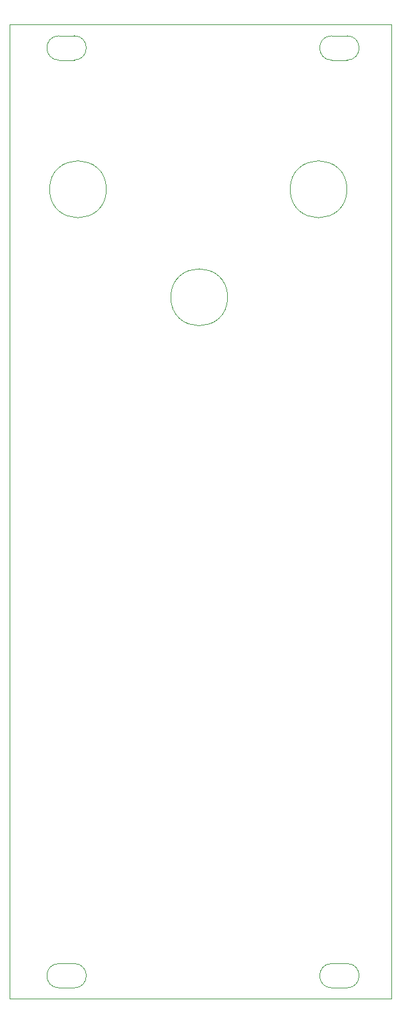
<source format=gbr>
G04 #@! TF.GenerationSoftware,KiCad,Pcbnew,(5.1.5-0)*
G04 #@! TF.CreationDate,2021-01-12T22:35:17-08:00*
G04 #@! TF.ProjectId,hyperchaosdeluxe,68797065-7263-4686-916f-7364656c7578,rev?*
G04 #@! TF.SameCoordinates,Original*
G04 #@! TF.FileFunction,Profile,NP*
%FSLAX46Y46*%
G04 Gerber Fmt 4.6, Leading zero omitted, Abs format (unit mm)*
G04 Created by KiCad (PCBNEW (5.1.5-0)) date 2021-01-12 22:35:17*
%MOMM*%
%LPD*%
G04 APERTURE LIST*
%ADD10C,0.050000*%
G04 APERTURE END LIST*
D10*
X28750000Y-286000000D02*
G75*
G03X28750000Y-286000000I-3750000J0D01*
G01*
X44500000Y-271750000D02*
G75*
G03X44500000Y-271750000I-3750000J0D01*
G01*
X12750000Y-271750000D02*
G75*
G03X12750000Y-271750000I-3750000J0D01*
G01*
X8500000Y-373900000D02*
X6500000Y-373900000D01*
X6500000Y-377100000D02*
G75*
G02X6500000Y-373900000I0J1600000D01*
G01*
X8500000Y-377100000D02*
X6500000Y-377100000D01*
X8500000Y-373900000D02*
G75*
G02X8500000Y-377100000I0J-1600000D01*
G01*
X44500000Y-373900000D02*
X42500000Y-373900000D01*
X44500000Y-377100000D02*
X42500000Y-377100000D01*
X44500000Y-373900000D02*
G75*
G02X44500000Y-377100000I0J-1600000D01*
G01*
X42500000Y-377100000D02*
G75*
G02X42500000Y-373900000I0J1600000D01*
G01*
X44500000Y-251500000D02*
X42500000Y-251500000D01*
X42500000Y-254700000D02*
G75*
G02X42500000Y-251500000I0J1600000D01*
G01*
X44500000Y-254700000D02*
X42500000Y-254700000D01*
X44500000Y-251500000D02*
G75*
G02X44500000Y-254700000I0J-1600000D01*
G01*
X6500000Y-254700000D02*
G75*
G02X6500000Y-251500000I0J1600000D01*
G01*
X8500000Y-251500000D02*
X6500000Y-251500000D01*
X8500000Y-251500000D02*
G75*
G02X8500000Y-254700000I0J-1600000D01*
G01*
X8500000Y-254700000D02*
X6500000Y-254700000D01*
X0Y-378500000D02*
X0Y-250000000D01*
X50400000Y-378500000D02*
X0Y-378500000D01*
X50400000Y-250000000D02*
X50400000Y-378500000D01*
X0Y-250000000D02*
X50400000Y-250000000D01*
M02*

</source>
